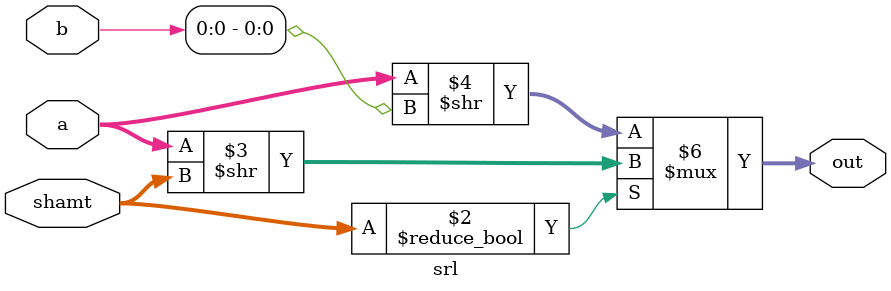
<source format=v>
    
module alu (a,b,shamt,funct,clk,res);
    input [31:0] a;
    input [31:0] b;
    input [4:0] shamt;
    input [3:0] funct;
    input clk;
    output reg [31:0] res;

    parameter 
        ADD = 1,
        SUB = 2,
        AND = 3,
        OR = 4,
        XOR = 5,
        NOT = 6,
        SLA = 7,
        SRA = 8, 
        SRL = 9;

    wire signed [31:0] add_out, sub_out, and_out, or_out, xor_out, not_out, sla_out, sra_out, srl_out;

    adder       add_gate(a,b,add_out);
    subtractor  sub_gate(a,b,sub_out);
    and_module  and_gate(a,b,and_out);
    or_module   or_gate(a,b,or_out);
    xor_module  xor_gate(a,b,xor_out);
    not_module  not_gate(b,not_out);
    sla         sla_gate(a,b,shamt,sla_out);
    sra         sra_gate(a,b,shamt,sra_out);
    srl         srl_gate(a,b,shamt,srl_out);



    always @(posedge clk)
    begin
        // $display("A = %d, B = %d, shamt = %d, funct = %d", a, b, shamt, funct);
        case(funct)
            ADD: res <= add_out; 
            SUB: res <= sub_out;
            AND: res <= and_out;
            OR:  res <= or_out;
            XOR: res <= xor_out;
            NOT: res <= not_out;
            SLA: res <= sla_out;
            SRA: res <= sra_out;
            SRL: res <= srl_out;
        endcase
    end
endmodule


module adder(a,b,out);
    input [31:0] a;
    input [31:0] b;
    output reg [31:0] out;

    always @(a or b) begin
        out = a + b;
    end
endmodule

module subtractor(a,b,out);
    input [31:0] a;
    input [31:0] b;
    output reg [31:0] out;

    always @(a or b)
        out = a - b;
endmodule

module and_module(a,b,out);
    input [31:0] a;
    input [31:0] b;
    output reg [31:0] out;

    always @(a or b)
        out = a & b;
endmodule

module or_module(a,b,out);
    input [31:0] a;
    input [31:0] b;
    output reg [31:0] out;

    always @(a or b)
        out = a | b;
endmodule

module xor_module(a,b,out);
    input [31:0] a;
    input [31:0] b;
    output reg [31:0] out;

    always @(a or b)
        out = a ^ b;
endmodule

module not_module(a,out);
    input [31:0] a;
    output reg [31:0] out;

    always @(a)
        out = ~a;
endmodule

module sla(a,b,shamt,out);
    input signed [31:0] a;
    input signed [31:0] b;
    input signed [4:0] shamt;
    output reg signed [31:0] out;

    always @(a or b or shamt) begin
        if (shamt)
            out = a <<< shamt;
        else
            out = a <<< b[0];
    end
endmodule

module sra(a,b,shamt,out);
    input signed [31:0] a;
    input signed [31:0] b;
    input signed [4:0] shamt;
    output reg signed [31:0] out;

    always @(a or b or shamt) begin
        if (shamt)
            out = a >>> shamt;
        else
            out = a >>> b[0];
    end
endmodule   

module srl(a,b,shamt,out);
    input [31:0] a;
    input [31:0] b;
    input [4:0] shamt;
    output reg [31:0] out;

    always @(a or b or shamt) begin
        if (shamt)
            out = a >> shamt;
        else
            out = a >> b[0];
    end
endmodule


</source>
